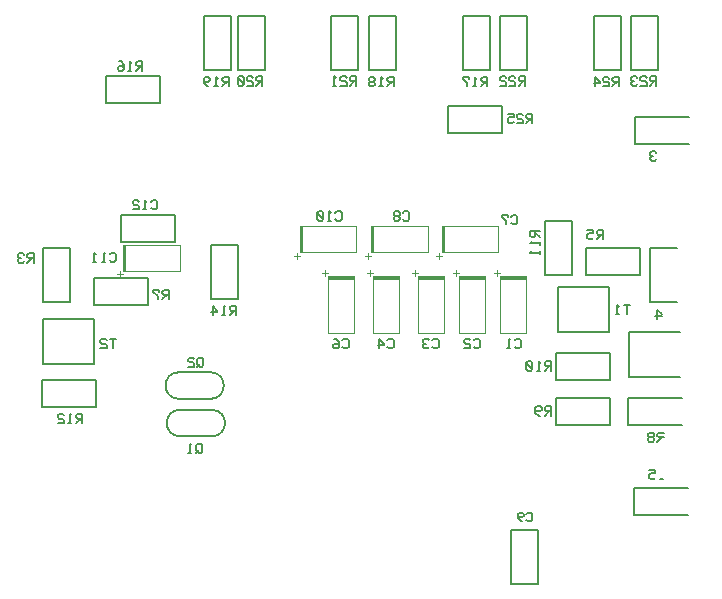
<source format=gbr>
G04 GERBER ASCII OUTPUT FROM: EDWINXP (VER. 1.61 REV. 20080915)*
G04 GERBER FORMAT: RX-274-X*
G04 BOARD: AMICUS_LCD_SHIELD*
G04 ARTWORK OF SOLD.PRINT POSITIVE*
%ASAXBY*%
%FSLAX23Y23*%
%MIA0B0*%
%MOIN*%
%OFA0.0000B0.0000*%
%SFA1B1*%
%IJA0B0*%
%INLAYER31POS*%
%IOA0B0*%
%IPPOS*%
%IR0*%
G04 APERTURE MACROS*
%AMEDWDONUT*
1,1,$1,$2,$3*
1,0,$4,$2,$3*
%
%AMEDWFRECT*
20,1,$1,$2,$3,$4,$5,$6*
%
%AMEDWORECT*
20,1,$1,$2,$3,$4,$5,$10*
20,1,$1,$4,$5,$6,$7,$10*
20,1,$1,$6,$7,$8,$9,$10*
20,1,$1,$8,$9,$2,$3,$10*
1,1,$1,$2,$3*
1,1,$1,$4,$5*
1,1,$1,$6,$7*
1,1,$1,$8,$9*
%
%AMEDWLINER*
20,1,$1,$2,$3,$4,$5,$6*
1,1,$1,$2,$3*
1,1,$1,$4,$5*
%
%AMEDWFTRNG*
4,1,3,$1,$2,$3,$4,$5,$6,$7,$8,$9*
%
%AMEDWATRNG*
4,1,3,$1,$2,$3,$4,$5,$6,$7,$8,$9*
20,1,$11,$1,$2,$3,$4,$10*
20,1,$11,$3,$4,$5,$6,$10*
20,1,$11,$5,$6,$7,$8,$10*
1,1,$11,$3,$4*
1,1,$11,$5,$6*
1,1,$11,$7,$8*
%
%AMEDWOTRNG*
20,1,$1,$2,$3,$4,$5,$8*
20,1,$1,$4,$5,$6,$7,$8*
20,1,$1,$6,$7,$2,$3,$8*
1,1,$1,$2,$3*
1,1,$1,$4,$5*
1,1,$1,$6,$7*
%
G04*
G04 APERTURE LIST*
%ADD10R,0.03937X0.08661*%
%ADD11R,0.06337X0.11061*%
%ADD12R,0.0315X0.07874*%
%ADD13R,0.0555X0.10274*%
%ADD14R,0.0580X0.0500*%
%ADD15R,0.0820X0.0740*%
%ADD16R,0.0480X0.0400*%
%ADD17R,0.0720X0.0640*%
%ADD18R,0.08268X0.05945*%
%ADD19R,0.10668X0.08345*%
%ADD20R,0.07874X0.05906*%
%ADD21R,0.10274X0.08306*%
%ADD22R,0.08268X0.10236*%
%ADD23R,0.10668X0.12636*%
%ADD24R,0.07874X0.09843*%
%ADD25R,0.10274X0.12243*%
%ADD26R,0.0700X0.0650*%
%ADD27R,0.0940X0.0890*%
%ADD28R,0.0600X0.0550*%
%ADD29R,0.0840X0.0790*%
%ADD30R,0.0650X0.0700*%
%ADD31R,0.0890X0.0940*%
%ADD32R,0.0550X0.0600*%
%ADD33R,0.0790X0.0840*%
%ADD34R,0.07087X0.06693*%
%ADD35R,0.10236X0.09843*%
%ADD36R,0.06299X0.05906*%
%ADD37R,0.09449X0.09055*%
%ADD38R,0.06693X0.07087*%
%ADD39R,0.09843X0.10236*%
%ADD40R,0.05906X0.06299*%
%ADD41R,0.09055X0.09449*%
%ADD42R,0.04724X0.06693*%
%ADD43R,0.07124X0.09093*%
%ADD44R,0.03937X0.05906*%
%ADD45R,0.06337X0.08306*%
%ADD46R,0.0860X0.0860*%
%ADD47R,0.1100X0.1100*%
%ADD48R,0.0700X0.0700*%
%ADD49R,0.0940X0.0940*%
%ADD50C,0.00039*%
%ADD52C,0.0010*%
%ADD54C,0.00118*%
%ADD56C,0.0020*%
%ADD57R,0.0020X0.0020*%
%ADD58C,0.00236*%
%ADD60C,0.0030*%
%ADD61R,0.0030X0.0030*%
%ADD62C,0.00394*%
%ADD64C,0.0040*%
%ADD65R,0.0040X0.0040*%
%ADD66C,0.00472*%
%ADD68C,0.0050*%
%ADD69R,0.0050X0.0050*%
%ADD70C,0.00512*%
%ADD71R,0.00512X0.00512*%
%ADD72C,0.00591*%
%ADD73R,0.00591X0.00591*%
%ADD74C,0.00659*%
%ADD75R,0.00659X0.00659*%
%ADD76C,0.00669*%
%ADD78C,0.00787*%
%ADD79R,0.00787X0.00787*%
%ADD80C,0.00799*%
%ADD82C,0.0080*%
%ADD84C,0.00886*%
%ADD85R,0.00886X0.00886*%
%ADD86C,0.00975*%
%ADD87R,0.00975X0.00975*%
%ADD88C,0.00984*%
%ADD89R,0.00984X0.00984*%
%ADD90C,0.0100*%
%ADD91R,0.0100X0.0100*%
%ADD92C,0.01181*%
%ADD94C,0.0120*%
%ADD96C,0.0130*%
%ADD97R,0.0130X0.0130*%
%ADD98C,0.0150*%
%ADD99R,0.0150X0.0150*%
%ADD100C,0.01575*%
%ADD102C,0.0160*%
%ADD103R,0.0160X0.0160*%
%ADD104C,0.01698*%
%ADD105R,0.01698X0.01698*%
%ADD106C,0.01797*%
%ADD107R,0.01797X0.01797*%
%ADD108C,0.01895*%
%ADD109R,0.01895X0.01895*%
%ADD110C,0.01969*%
%ADD111R,0.01969X0.01969*%
%ADD112C,0.01994*%
%ADD113R,0.01994X0.01994*%
%ADD114C,0.0200*%
%ADD116C,0.02092*%
%ADD117R,0.02092X0.02092*%
%ADD118C,0.02191*%
%ADD119R,0.02191X0.02191*%
%ADD120C,0.02289*%
%ADD121R,0.02289X0.02289*%
%ADD122C,0.02362*%
%ADD123R,0.02362X0.02362*%
%ADD124C,0.02387*%
%ADD125R,0.02387X0.02387*%
%ADD126C,0.0240*%
%ADD127R,0.0240X0.0240*%
%ADD128C,0.0240*%
%ADD129R,0.0240X0.0240*%
%ADD130C,0.02486*%
%ADD131R,0.02486X0.02486*%
%ADD132C,0.0250*%
%ADD133R,0.0250X0.0250*%
%ADD134C,0.02584*%
%ADD135R,0.02584X0.02584*%
%ADD136C,0.02636*%
%ADD138C,0.02683*%
%ADD139R,0.02683X0.02683*%
%ADD140C,0.02781*%
%ADD141R,0.02781X0.02781*%
%ADD142C,0.02794*%
%ADD144C,0.0288*%
%ADD145R,0.0288X0.0288*%
%ADD146C,0.0290*%
%ADD148C,0.02912*%
%ADD149R,0.02912X0.02912*%
%ADD150C,0.02978*%
%ADD151R,0.02978X0.02978*%
%ADD152C,0.02991*%
%ADD153R,0.02991X0.02991*%
%ADD154C,0.0300*%
%ADD155R,0.0300X0.0300*%
%ADD156C,0.03059*%
%ADD157R,0.03059X0.03059*%
%ADD158C,0.03069*%
%ADD159R,0.03069X0.03069*%
%ADD160C,0.03076*%
%ADD161R,0.03076X0.03076*%
%ADD162C,0.03175*%
%ADD163R,0.03175X0.03175*%
%ADD164C,0.03199*%
%ADD165R,0.03199X0.03199*%
%ADD166C,0.0320*%
%ADD167R,0.0320X0.0320*%
%ADD168C,0.03273*%
%ADD169R,0.03273X0.03273*%
%ADD170C,0.03372*%
%ADD171R,0.03372X0.03372*%
%ADD172C,0.03375*%
%ADD173R,0.03375X0.03375*%
%ADD174C,0.0347*%
%ADD175R,0.0347X0.0347*%
%ADD176C,0.0350*%
%ADD177R,0.0350X0.0350*%
%ADD178C,0.03569*%
%ADD179R,0.03569X0.03569*%
%ADD180C,0.03581*%
%ADD182C,0.0360*%
%ADD183R,0.0360X0.0360*%
%ADD184C,0.03667*%
%ADD185R,0.03667X0.03667*%
%ADD186C,0.0370*%
%ADD187R,0.0370X0.0370*%
%ADD188C,0.03765*%
%ADD189R,0.03765X0.03765*%
%ADD190C,0.03864*%
%ADD191R,0.03864X0.03864*%
%ADD192C,0.0390*%
%ADD193R,0.0390X0.0390*%
%ADD194C,0.03937*%
%ADD195R,0.03937X0.03937*%
%ADD196C,0.03962*%
%ADD197R,0.03962X0.03962*%
%ADD198C,0.0400*%
%ADD199R,0.0400X0.0400*%
%ADD200C,0.04061*%
%ADD201R,0.04061X0.04061*%
%ADD202C,0.04159*%
%ADD203R,0.04159X0.04159*%
%ADD204C,0.04173*%
%ADD205R,0.04173X0.04173*%
%ADD206C,0.04257*%
%ADD207R,0.04257X0.04257*%
%ADD208C,0.04356*%
%ADD209R,0.04356X0.04356*%
%ADD210C,0.0440*%
%ADD212C,0.04454*%
%ADD213R,0.04454X0.04454*%
%ADD214C,0.0450*%
%ADD215R,0.0450X0.0450*%
%ADD216C,0.04553*%
%ADD217R,0.04553X0.04553*%
%ADD218C,0.04651*%
%ADD219R,0.04651X0.04651*%
%ADD220C,0.0470*%
%ADD221R,0.0470X0.0470*%
%ADD222C,0.04724*%
%ADD223R,0.04724X0.04724*%
%ADD224C,0.04762*%
%ADD225R,0.04762X0.04762*%
%ADD226C,0.0490*%
%ADD227R,0.0490X0.0490*%
%ADD228C,0.0500*%
%ADD229R,0.0500X0.0500*%
%ADD230C,0.05118*%
%ADD231R,0.05118X0.05118*%
%ADD232C,0.0560*%
%ADD233R,0.0560X0.0560*%
%ADD234C,0.0570*%
%ADD235R,0.0570X0.0570*%
%ADD236C,0.0590*%
%ADD237R,0.0590X0.0590*%
%ADD238C,0.05906*%
%ADD239R,0.05906X0.05906*%
%ADD240C,0.05945*%
%ADD241R,0.05945X0.05945*%
%ADD242C,0.0600*%
%ADD243R,0.0600X0.0600*%
%ADD244C,0.0620*%
%ADD246C,0.06201*%
%ADD248C,0.06299*%
%ADD249R,0.06299X0.06299*%
%ADD250C,0.06337*%
%ADD251R,0.06337X0.06337*%
%ADD252C,0.0650*%
%ADD253R,0.0650X0.0650*%
%ADD254C,0.06693*%
%ADD255R,0.06693X0.06693*%
%ADD256C,0.0690*%
%ADD257R,0.0690X0.0690*%
%ADD258C,0.06906*%
%ADD259R,0.06906X0.06906*%
%ADD260C,0.0700*%
%ADD261R,0.0700X0.0700*%
%ADD262C,0.0710*%
%ADD263R,0.0710X0.0710*%
%ADD264C,0.07124*%
%ADD265R,0.07124X0.07124*%
%ADD266C,0.0740*%
%ADD267R,0.0740X0.0740*%
%ADD268C,0.0750*%
%ADD269R,0.0750X0.0750*%
%ADD270C,0.07598*%
%ADD272C,0.0760*%
%ADD274C,0.07874*%
%ADD275R,0.07874X0.07874*%
%ADD276C,0.0800*%
%ADD277R,0.0800X0.0800*%
%ADD278C,0.0810*%
%ADD279R,0.0810X0.0810*%
%ADD280C,0.08268*%
%ADD281R,0.08268X0.08268*%
%ADD282C,0.08306*%
%ADD283R,0.08306X0.08306*%
%ADD284C,0.08345*%
%ADD285R,0.08345X0.08345*%
%ADD286C,0.0840*%
%ADD287R,0.0840X0.0840*%
%ADD288C,0.08598*%
%ADD290C,0.0860*%
%ADD291R,0.0860X0.0860*%
%ADD292C,0.08601*%
%ADD294C,0.0870*%
%ADD295R,0.0870X0.0870*%
%ADD296C,0.0890*%
%ADD297R,0.0890X0.0890*%
%ADD298C,0.0900*%
%ADD299R,0.0900X0.0900*%
%ADD300C,0.09093*%
%ADD301R,0.09093X0.09093*%
%ADD302C,0.0940*%
%ADD303R,0.0940X0.0940*%
%ADD304C,0.09449*%
%ADD306C,0.0970*%
%ADD307R,0.0970X0.0970*%
%ADD308C,0.09843*%
%ADD309R,0.09843X0.09843*%
%ADD310C,0.0990*%
%ADD311R,0.0990X0.0990*%
%ADD312C,0.09998*%
%ADD314C,0.1000*%
%ADD315R,0.1000X0.1000*%
%ADD316C,0.10236*%
%ADD317R,0.10236X0.10236*%
%ADD318C,0.10274*%
%ADD319R,0.10274X0.10274*%
%ADD320C,0.1040*%
%ADD321R,0.1040X0.1040*%
%ADD322C,0.10668*%
%ADD323R,0.10668X0.10668*%
%ADD324C,0.10998*%
%ADD326C,0.1100*%
%ADD327R,0.1100X0.1100*%
%ADD328C,0.1110*%
%ADD329R,0.1110X0.1110*%
%ADD330C,0.1120*%
%ADD331R,0.1120X0.1120*%
%ADD332C,0.1140*%
%ADD333R,0.1140X0.1140*%
%ADD334C,0.1150*%
%ADD335R,0.1150X0.1150*%
%ADD336C,0.11849*%
%ADD338C,0.1200*%
%ADD339R,0.1200X0.1200*%
%ADD340C,0.1210*%
%ADD341R,0.1210X0.1210*%
%ADD342C,0.12243*%
%ADD343R,0.12243X0.12243*%
%ADD344C,0.1240*%
%ADD345R,0.1240X0.1240*%
%ADD346C,0.1250*%
%ADD347R,0.1250X0.1250*%
%ADD348C,0.12636*%
%ADD349R,0.12636X0.12636*%
%ADD350C,0.12992*%
%ADD351R,0.12992X0.12992*%
%ADD352C,0.1300*%
%ADD353R,0.1300X0.1300*%
%ADD354C,0.1340*%
%ADD355R,0.1340X0.1340*%
%ADD356C,0.1390*%
%ADD357R,0.1390X0.1390*%
%ADD358C,0.1420*%
%ADD359R,0.1420X0.1420*%
%ADD360C,0.1440*%
%ADD361R,0.1440X0.1440*%
%ADD362C,0.1490*%
%ADD363R,0.1490X0.1490*%
%ADD364C,0.1520*%
%ADD365R,0.1520X0.1520*%
%ADD366C,0.15374*%
%ADD367R,0.15374X0.15374*%
%ADD368C,0.1540*%
%ADD369R,0.1540X0.1540*%
%ADD370C,0.1660*%
%ADD371R,0.1660X0.1660*%
%ADD372C,0.17323*%
%ADD374C,0.1760*%
%ADD375R,0.1760X0.1760*%
%ADD376C,0.17774*%
%ADD377R,0.17774X0.17774*%
%ADD378C,0.18504*%
%ADD380C,0.18898*%
%ADD382C,0.20904*%
%ADD384C,0.2126*%
%ADD386C,0.21298*%
%ADD388C,0.22835*%
%ADD391R,0.23622X0.23622*%
%ADD393R,0.24937X0.24937*%
%ADD395R,0.26022X0.26022*%
%ADD397R,0.27337X0.27337*%
%ADD399R,0.31496X0.31496*%
%ADD401R,0.32811X0.32811*%
%ADD403R,0.33896X0.33896*%
%ADD405R,0.35211X0.35211*%
%ADD406C,0.45211*%
%ADD407R,0.45211X0.45211*%
%ADD408C,0.55211*%
%ADD409R,0.55211X0.55211*%
%ADD410C,0.65211*%
%ADD411R,0.65211X0.65211*%
%ADD412C,0.75211*%
%ADD413R,0.75211X0.75211*%
%ADD414C,0.85211*%
%ADD415R,0.85211X0.85211*%
%ADD416C,0.95211*%
%ADD417R,0.95211X0.95211*%
%ADD418C,1.05211*%
%ADD419R,1.05211X1.05211*%
%ADD420C,1.15211*%
%ADD421R,1.15211X1.15211*%
%ADD422C,1.25211*%
%ADD423R,1.25211X1.25211*%
%ADD424C,1.35211*%
%ADD425R,1.35211X1.35211*%
%ADD426C,1.45211*%
%ADD427R,1.45211X1.45211*%
%ADD428C,1.55211*%
%ADD429R,1.55211X1.55211*%
%ADD430C,1.65211*%
%ADD431R,1.65211X1.65211*%
%ADD432C,1.75211*%
%ADD433R,1.75211X1.75211*%
%ADD434C,1.85211*%
%ADD435R,1.85211X1.85211*%
%ADD436C,1.95211*%
%ADD437R,1.95211X1.95211*%
G04*
D82* 
X2010Y853D02*
X2180Y853D01*
X2180Y1003D01*
X2010Y1003D01*
X2010Y853D01*
D70* 
X2240Y913D02*
X2240Y943D01*
X2250Y943D02*
X2230Y943D01*
X2214Y913D02*
X2204Y913D01*
X2209Y913D02*
X2209Y943D01*
X2214Y938D01*
D82* 
X465Y898D02*
X295Y898D01*
X295Y748D01*
X465Y748D01*
X465Y898D01*
D70* 
X527Y800D02*
X527Y831D01*
X538Y831D02*
X517Y831D01*
X507Y826D02*
X502Y831D01*
X491Y831D01*
X486Y826D01*
X486Y820D01*
X491Y815D01*
X502Y815D01*
X507Y810D01*
X507Y800D01*
X486Y800D01*
D82* 
X2248Y703D02*
X2418Y703D01*
X2418Y853D01*
X2248Y853D01*
X2248Y703D01*
D70* 
X2490Y763D02*
X2490Y793D01*
X2500Y793D02*
X2480Y793D01*
X2469Y788D02*
X2464Y793D01*
X2454Y793D01*
X2449Y788D01*
X2449Y783D01*
X2454Y778D01*
X2459Y778D01*
X2454Y778D02*
X2449Y773D01*
X2449Y768D01*
X2454Y763D01*
X2464Y763D01*
X2469Y768D01*
D82* 
X293Y953D02*
X383Y953D01*
X383Y1133D01*
X293Y1133D01*
X293Y953D01*
D70* 
X263Y1085D02*
X263Y1116D01*
X247Y1116D01*
X242Y1111D01*
X242Y1105D01*
X247Y1100D01*
X263Y1100D01*
X257Y1100D02*
X242Y1085D01*
X232Y1111D02*
X227Y1116D01*
X216Y1116D01*
X211Y1111D01*
X211Y1105D01*
X216Y1100D01*
X222Y1100D01*
X216Y1100D02*
X211Y1095D01*
X211Y1090D01*
X216Y1085D01*
X227Y1085D01*
X232Y1090D01*
D82* 
X2318Y953D02*
X2408Y953D01*
X2408Y1133D01*
X2318Y1133D01*
X2318Y953D01*
D70* 
X2388Y898D02*
X2388Y928D01*
X2372Y928D01*
X2367Y923D01*
X2367Y918D01*
X2372Y913D01*
X2388Y913D01*
X2382Y913D02*
X2367Y898D01*
X2336Y908D02*
X2357Y908D01*
X2357Y913D01*
X2341Y928D01*
X2341Y898D01*
D82* 
X2103Y1133D02*
X2103Y1043D01*
X2283Y1043D01*
X2283Y1133D01*
X2103Y1133D01*
D70* 
X2160Y1163D02*
X2160Y1193D01*
X2145Y1193D01*
X2140Y1188D01*
X2140Y1183D01*
X2145Y1178D01*
X2160Y1178D01*
X2155Y1178D02*
X2140Y1163D01*
X2129Y1168D02*
X2124Y1163D01*
X2114Y1163D01*
X2109Y1168D01*
X2109Y1178D01*
X2114Y1183D01*
X2129Y1183D01*
X2129Y1193D01*
X2109Y1193D01*
D82* 
X645Y943D02*
X645Y1033D01*
X465Y1033D01*
X465Y943D01*
X645Y943D01*
D70* 
X713Y963D02*
X713Y993D01*
X697Y993D01*
X692Y988D01*
X692Y983D01*
X697Y978D01*
X713Y978D01*
X707Y978D02*
X692Y963D01*
X677Y963D02*
X677Y973D01*
X661Y988D01*
X661Y993D01*
X682Y993D01*
X682Y988D01*
D82* 
X2243Y633D02*
X2243Y543D01*
X2423Y543D01*
X2423Y633D01*
X2243Y633D01*
D70* 
X2363Y488D02*
X2363Y518D01*
X2347Y518D01*
X2342Y513D01*
X2342Y508D01*
X2347Y503D01*
X2363Y503D01*
X2357Y503D02*
X2342Y488D01*
X2332Y493D02*
X2332Y498D01*
X2327Y503D01*
X2316Y503D01*
X2311Y508D01*
X2311Y513D01*
X2316Y518D01*
X2327Y518D01*
X2332Y513D01*
X2332Y508D01*
X2327Y503D01*
X2316Y503D02*
X2311Y498D01*
X2311Y493D01*
X2316Y488D01*
X2327Y488D01*
X2332Y493D01*
D82* 
X2005Y633D02*
X2005Y543D01*
X2185Y543D01*
X2185Y633D01*
X2005Y633D01*
D70* 
X1988Y575D02*
X1988Y606D01*
X1972Y606D01*
X1967Y601D01*
X1967Y595D01*
X1972Y590D01*
X1988Y590D01*
X1982Y590D02*
X1967Y575D01*
X1952Y575D02*
X1947Y575D01*
X1936Y585D01*
X1936Y601D01*
X1941Y606D01*
X1952Y606D01*
X1957Y601D01*
X1957Y595D01*
X1952Y590D01*
X1941Y590D01*
X1936Y595D01*
D82* 
X2005Y783D02*
X2005Y693D01*
X2185Y693D01*
X2185Y783D01*
X2005Y783D01*
D70* 
X1988Y725D02*
X1988Y756D01*
X1972Y756D01*
X1967Y751D01*
X1967Y745D01*
X1972Y740D01*
X1988Y740D01*
X1982Y740D02*
X1967Y725D01*
X1952Y725D02*
X1941Y725D01*
X1947Y725D02*
X1947Y756D01*
X1952Y751D01*
X1926Y730D02*
X1926Y751D01*
X1921Y756D01*
X1911Y756D01*
X1906Y751D01*
X1906Y730D01*
X1911Y725D01*
X1921Y725D01*
X1926Y730D01*
X1906Y751D01*
D82* 
X2058Y1223D02*
X1968Y1223D01*
X1968Y1043D01*
X2058Y1043D01*
X2058Y1223D01*
D70* 
X1950Y1190D02*
X1919Y1190D01*
X1919Y1175D01*
X1924Y1170D01*
X1930Y1170D01*
X1935Y1175D01*
X1935Y1190D01*
X1935Y1185D02*
X1950Y1170D01*
X1950Y1154D02*
X1950Y1144D01*
X1950Y1149D02*
X1919Y1149D01*
X1924Y1154D01*
X1950Y1123D02*
X1950Y1113D01*
X1950Y1118D02*
X1919Y1118D01*
X1924Y1123D01*
D82* 
X470Y605D02*
X470Y695D01*
X290Y695D01*
X290Y605D01*
X470Y605D01*
D70* 
X425Y550D02*
X425Y581D01*
X410Y581D01*
X405Y576D01*
X405Y570D01*
X410Y565D01*
X425Y565D01*
X420Y565D02*
X405Y550D01*
X389Y550D02*
X379Y550D01*
X384Y550D02*
X384Y581D01*
X389Y576D01*
X364Y576D02*
X358Y581D01*
X348Y581D01*
X343Y576D01*
X343Y570D01*
X348Y565D01*
X358Y565D01*
X364Y560D01*
X364Y550D01*
X343Y550D01*
D82* 
X2268Y1570D02*
X2268Y1480D01*
X2448Y1480D01*
X2448Y1570D01*
X2268Y1570D01*
D70* 
X2400Y1425D02*
X2400Y1456D01*
X2385Y1456D01*
X2380Y1451D01*
X2380Y1445D01*
X2385Y1440D01*
X2400Y1440D01*
X2395Y1440D02*
X2380Y1425D01*
X2364Y1425D02*
X2354Y1425D01*
X2359Y1425D02*
X2359Y1456D01*
X2364Y1451D01*
X2339Y1451D02*
X2333Y1456D01*
X2323Y1456D01*
X2318Y1451D01*
X2318Y1445D01*
X2323Y1440D01*
X2328Y1440D01*
X2323Y1440D02*
X2318Y1435D01*
X2318Y1430D01*
X2323Y1425D01*
X2333Y1425D01*
X2339Y1430D01*
D82* 
X855Y965D02*
X945Y965D01*
X945Y1145D01*
X855Y1145D01*
X855Y965D01*
D70* 
X938Y910D02*
X938Y941D01*
X922Y941D01*
X917Y936D01*
X917Y930D01*
X922Y925D01*
X938Y925D01*
X932Y925D02*
X917Y910D01*
X902Y910D02*
X891Y910D01*
X897Y910D02*
X897Y941D01*
X902Y936D01*
X856Y920D02*
X876Y920D01*
X876Y925D01*
X861Y941D01*
X861Y910D01*
D82* 
X2265Y333D02*
X2265Y243D01*
X2445Y243D01*
X2445Y333D01*
X2265Y333D01*
D70* 
X2398Y363D02*
X2398Y393D01*
X2382Y393D01*
X2377Y388D01*
X2377Y383D01*
X2382Y378D01*
X2398Y378D01*
X2392Y378D02*
X2377Y363D01*
X2362Y363D02*
X2351Y363D01*
X2357Y363D02*
X2357Y393D01*
X2362Y388D01*
X2336Y368D02*
X2331Y363D01*
X2321Y363D01*
X2316Y368D01*
X2316Y378D01*
X2321Y383D01*
X2336Y383D01*
X2336Y393D01*
X2316Y393D01*
D62* 
X1819Y1039D02*
X1906Y1039D01*
X1906Y850D01*
X1819Y850D01*
X1819Y1039D01*
D58* 
X1906Y1039D02*
X1819Y1039D01*
X1819Y1031D01*
X1906Y1031D01*
X1906Y1039D01*
D62* 
X1808Y1059D02*
X1808Y1039D01*
X1798Y1049D02*
X1818Y1049D01*
G36*
X1820Y1040D02*
X1906Y1040D01*
X1906Y1030D01*
X1820Y1030D01*
X1820Y1040D01*
G37*
D70* 
X1867Y805D02*
X1872Y800D01*
X1882Y800D01*
X1888Y805D01*
X1888Y826D01*
X1882Y831D01*
X1872Y831D01*
X1867Y826D01*
X1852Y800D02*
X1841Y800D01*
X1847Y800D02*
X1847Y831D01*
X1852Y826D01*
D82* 
X1855Y15D02*
X1945Y15D01*
X1945Y195D01*
X1855Y195D01*
X1855Y15D01*
D68* 
X1906Y227D02*
X1911Y223D01*
X1920Y223D01*
X1925Y227D01*
X1925Y246D01*
X1920Y251D01*
X1911Y251D01*
X1906Y246D01*
X1892Y223D02*
X1887Y223D01*
X1878Y232D01*
X1878Y246D01*
X1882Y251D01*
X1892Y251D01*
X1897Y246D01*
X1897Y241D01*
X1892Y237D01*
X1882Y237D01*
X1878Y241D01*
D62* 
X1682Y1039D02*
X1768Y1039D01*
X1768Y850D01*
X1682Y850D01*
X1682Y1039D01*
D58* 
X1768Y1039D02*
X1682Y1039D01*
X1682Y1031D01*
X1768Y1031D01*
X1768Y1039D01*
D62* 
X1671Y1059D02*
X1671Y1039D01*
X1661Y1049D02*
X1681Y1049D01*
G36*
X1682Y1040D02*
X1768Y1040D01*
X1768Y1030D01*
X1682Y1030D01*
X1682Y1040D01*
G37*
D70* 
X1730Y805D02*
X1735Y800D01*
X1745Y800D01*
X1750Y805D01*
X1750Y826D01*
X1745Y831D01*
X1735Y831D01*
X1730Y826D01*
X1719Y826D02*
X1714Y831D01*
X1704Y831D01*
X1699Y826D01*
X1699Y820D01*
X1704Y815D01*
X1714Y815D01*
X1719Y810D01*
X1719Y800D01*
X1699Y800D01*
D62* 
X1544Y1039D02*
X1631Y1039D01*
X1631Y850D01*
X1544Y850D01*
X1544Y1039D01*
D58* 
X1631Y1039D02*
X1544Y1039D01*
X1544Y1031D01*
X1631Y1031D01*
X1631Y1039D01*
D62* 
X1533Y1059D02*
X1533Y1039D01*
X1523Y1049D02*
X1543Y1049D01*
G36*
X1545Y1040D02*
X1631Y1040D01*
X1631Y1030D01*
X1545Y1030D01*
X1545Y1040D01*
G37*
D70* 
X1592Y805D02*
X1597Y800D01*
X1607Y800D01*
X1613Y805D01*
X1613Y826D01*
X1607Y831D01*
X1597Y831D01*
X1592Y826D01*
X1582Y826D02*
X1577Y831D01*
X1566Y831D01*
X1561Y826D01*
X1561Y820D01*
X1566Y815D01*
X1572Y815D01*
X1566Y815D02*
X1561Y810D01*
X1561Y805D01*
X1566Y800D01*
X1577Y800D01*
X1582Y805D01*
D62* 
X1394Y1039D02*
X1481Y1039D01*
X1481Y850D01*
X1394Y850D01*
X1394Y1039D01*
D58* 
X1481Y1039D02*
X1394Y1039D01*
X1394Y1031D01*
X1481Y1031D01*
X1481Y1039D01*
D62* 
X1383Y1059D02*
X1383Y1039D01*
X1373Y1049D02*
X1393Y1049D01*
G36*
X1395Y1040D02*
X1481Y1040D01*
X1481Y1030D01*
X1395Y1030D01*
X1395Y1040D01*
G37*
D70* 
X1442Y805D02*
X1447Y800D01*
X1457Y800D01*
X1463Y805D01*
X1463Y826D01*
X1457Y831D01*
X1447Y831D01*
X1442Y826D01*
X1411Y810D02*
X1432Y810D01*
X1432Y815D01*
X1416Y831D01*
X1416Y800D01*
D62* 
X1244Y1039D02*
X1331Y1039D01*
X1331Y850D01*
X1244Y850D01*
X1244Y1039D01*
D58* 
X1331Y1039D02*
X1244Y1039D01*
X1244Y1031D01*
X1331Y1031D01*
X1331Y1039D01*
D62* 
X1233Y1059D02*
X1233Y1039D01*
X1223Y1049D02*
X1243Y1049D01*
G36*
X1245Y1040D02*
X1331Y1040D01*
X1331Y1030D01*
X1245Y1030D01*
X1245Y1040D01*
G37*
D70* 
X1292Y805D02*
X1297Y800D01*
X1307Y800D01*
X1313Y805D01*
X1313Y826D01*
X1307Y831D01*
X1297Y831D01*
X1292Y826D01*
X1282Y810D02*
X1277Y815D01*
X1266Y815D01*
X1261Y810D01*
X1261Y805D01*
X1266Y800D01*
X1277Y800D01*
X1282Y805D01*
X1282Y820D01*
X1272Y831D01*
X1266Y831D01*
D62* 
X1623Y1119D02*
X1623Y1206D01*
X1812Y1206D01*
X1812Y1119D01*
X1623Y1119D01*
D58* 
X1623Y1206D02*
X1623Y1119D01*
X1631Y1119D01*
X1631Y1206D01*
X1623Y1206D01*
D62* 
X1603Y1108D02*
X1623Y1108D01*
X1613Y1098D02*
X1613Y1118D01*
G36*
X1623Y1120D02*
X1623Y1206D01*
X1632Y1206D01*
X1632Y1120D01*
X1623Y1120D01*
G37*
D70* 
X1855Y1218D02*
X1860Y1213D01*
X1870Y1213D01*
X1875Y1218D01*
X1875Y1238D01*
X1870Y1243D01*
X1860Y1243D01*
X1855Y1238D01*
X1839Y1213D02*
X1839Y1223D01*
X1824Y1238D01*
X1824Y1243D01*
X1844Y1243D01*
X1844Y1238D01*
D62* 
X1388Y1119D02*
X1388Y1206D01*
X1577Y1206D01*
X1577Y1119D01*
X1388Y1119D01*
D58* 
X1388Y1206D02*
X1388Y1119D01*
X1396Y1119D01*
X1396Y1206D01*
X1388Y1206D01*
D62* 
X1368Y1108D02*
X1388Y1108D01*
X1378Y1098D02*
X1378Y1118D01*
G36*
X1387Y1120D02*
X1387Y1206D01*
X1397Y1206D01*
X1397Y1120D01*
X1387Y1120D01*
G37*
D70* 
X1494Y1230D02*
X1499Y1225D01*
X1510Y1225D01*
X1515Y1230D01*
X1515Y1251D01*
X1510Y1256D01*
X1499Y1256D01*
X1494Y1251D01*
X1484Y1230D02*
X1484Y1235D01*
X1479Y1240D01*
X1469Y1240D01*
X1464Y1245D01*
X1464Y1251D01*
X1469Y1256D01*
X1479Y1256D01*
X1484Y1251D01*
X1484Y1245D01*
X1479Y1240D01*
X1469Y1240D02*
X1464Y1235D01*
X1464Y1230D01*
X1469Y1225D01*
X1479Y1225D01*
X1484Y1230D01*
D62* 
X1150Y1119D02*
X1150Y1206D01*
X1339Y1206D01*
X1339Y1119D01*
X1150Y1119D01*
D58* 
X1150Y1206D02*
X1150Y1119D01*
X1158Y1119D01*
X1158Y1206D01*
X1150Y1206D01*
D62* 
X1131Y1108D02*
X1151Y1108D01*
X1141Y1098D02*
X1141Y1118D01*
G36*
X1150Y1120D02*
X1150Y1206D01*
X1160Y1206D01*
X1160Y1120D01*
X1150Y1120D01*
G37*
D70* 
X1269Y1230D02*
X1274Y1225D01*
X1285Y1225D01*
X1290Y1230D01*
X1290Y1251D01*
X1285Y1256D01*
X1274Y1256D01*
X1269Y1251D01*
X1254Y1225D02*
X1244Y1225D01*
X1249Y1225D02*
X1249Y1256D01*
X1254Y1251D01*
X1228Y1230D02*
X1228Y1251D01*
X1223Y1256D01*
X1213Y1256D01*
X1208Y1251D01*
X1208Y1230D01*
X1213Y1225D01*
X1223Y1225D01*
X1228Y1230D01*
X1208Y1251D01*
D62* 
X561Y1057D02*
X561Y1143D01*
X750Y1143D01*
X750Y1057D01*
X561Y1057D01*
D58* 
X561Y1143D02*
X561Y1057D01*
X569Y1057D01*
X569Y1143D01*
X561Y1143D01*
D62* 
X541Y1046D02*
X561Y1046D01*
X551Y1036D02*
X551Y1056D01*
G36*
X560Y1057D02*
X560Y1143D01*
X570Y1143D01*
X570Y1057D01*
X560Y1057D01*
G37*
D70* 
X517Y1093D02*
X522Y1088D01*
X532Y1088D01*
X538Y1093D01*
X538Y1113D01*
X532Y1118D01*
X522Y1118D01*
X517Y1113D01*
X502Y1088D02*
X491Y1088D01*
X497Y1088D02*
X497Y1118D01*
X502Y1113D01*
X471Y1088D02*
X461Y1088D01*
X466Y1088D02*
X466Y1118D01*
X471Y1113D01*
D82* 
X555Y1245D02*
X555Y1155D01*
X735Y1155D01*
X735Y1245D01*
X555Y1245D01*
D70* 
X655Y1268D02*
X660Y1263D01*
X670Y1263D01*
X675Y1268D01*
X675Y1288D01*
X670Y1293D01*
X660Y1293D01*
X655Y1288D01*
X639Y1263D02*
X629Y1263D01*
X634Y1263D02*
X634Y1293D01*
X639Y1288D01*
X614Y1288D02*
X608Y1293D01*
X598Y1293D01*
X593Y1288D01*
X593Y1283D01*
X598Y1278D01*
X608Y1278D01*
X614Y1273D01*
X614Y1263D01*
X593Y1263D01*
D82* 
G75*
G01X752Y594D02*
G03X750Y506I-1J-44D01*
G01*
G75*
G01X856Y506D02*
G03X858Y594I1J44D01*
G01*
X750Y506D02*
X863Y506D01*
X745Y594D02*
X858Y594D01*
D70* 
X825Y455D02*
X825Y476D01*
X820Y481D01*
X810Y481D01*
X805Y476D01*
X805Y460D01*
X815Y450D01*
X820Y450D01*
X825Y455D01*
X815Y460D02*
X805Y450D01*
X789Y450D02*
X779Y450D01*
X784Y450D02*
X784Y481D01*
X789Y476D01*
D82* 
G75*
G01X852Y631D02*
G03X854Y719I1J44D01*
G01*
G75*
G01X748Y719D02*
G03X746Y631I-1J-44D01*
G01*
X854Y719D02*
X741Y719D01*
X859Y631D02*
X746Y631D01*
D70* 
X829Y743D02*
X829Y763D01*
X824Y768D01*
X814Y768D01*
X809Y763D01*
X809Y748D01*
X819Y738D01*
X824Y738D01*
X829Y743D01*
X819Y748D02*
X809Y738D01*
X798Y763D02*
X793Y768D01*
X783Y768D01*
X778Y763D01*
X778Y758D01*
X783Y753D01*
X793Y753D01*
X798Y748D01*
X798Y738D01*
X778Y738D01*
D82* 
X505Y1708D02*
X505Y1618D01*
X685Y1618D01*
X685Y1708D01*
X505Y1708D01*
D70* 
X625Y1725D02*
X625Y1756D01*
X610Y1756D01*
X605Y1751D01*
X605Y1745D01*
X610Y1740D01*
X625Y1740D01*
X620Y1740D02*
X605Y1725D01*
X589Y1725D02*
X579Y1725D01*
X584Y1725D02*
X584Y1756D01*
X589Y1751D01*
X564Y1735D02*
X558Y1740D01*
X548Y1740D01*
X543Y1735D01*
X543Y1730D01*
X548Y1725D01*
X558Y1725D01*
X564Y1730D01*
X564Y1745D01*
X553Y1756D01*
X548Y1756D01*
D82* 
X1818Y1728D02*
X1908Y1728D01*
X1908Y1908D01*
X1818Y1908D01*
X1818Y1728D01*
D70* 
X1775Y1673D02*
X1775Y1703D01*
X1760Y1703D01*
X1755Y1698D01*
X1755Y1693D01*
X1760Y1688D01*
X1775Y1688D01*
X1770Y1688D02*
X1755Y1673D01*
X1739Y1673D02*
X1729Y1673D01*
X1734Y1673D02*
X1734Y1703D01*
X1739Y1698D01*
X1708Y1673D02*
X1708Y1683D01*
X1693Y1698D01*
X1693Y1703D01*
X1714Y1703D01*
X1714Y1698D01*
D82* 
X1380Y1728D02*
X1470Y1728D01*
X1470Y1908D01*
X1380Y1908D01*
X1380Y1728D01*
D70* 
X1463Y1673D02*
X1463Y1703D01*
X1447Y1703D01*
X1442Y1698D01*
X1442Y1693D01*
X1447Y1688D01*
X1463Y1688D01*
X1457Y1688D02*
X1442Y1673D01*
X1427Y1673D02*
X1416Y1673D01*
X1422Y1673D02*
X1422Y1703D01*
X1427Y1698D01*
X1401Y1678D02*
X1401Y1683D01*
X1396Y1688D01*
X1386Y1688D01*
X1381Y1693D01*
X1381Y1698D01*
X1386Y1703D01*
X1396Y1703D01*
X1401Y1698D01*
X1401Y1693D01*
X1396Y1688D01*
X1386Y1688D02*
X1381Y1683D01*
X1381Y1678D01*
X1386Y1673D01*
X1396Y1673D01*
X1401Y1678D01*
D82* 
X830Y1728D02*
X920Y1728D01*
X920Y1908D01*
X830Y1908D01*
X830Y1728D01*
D70* 
X913Y1673D02*
X913Y1703D01*
X897Y1703D01*
X892Y1698D01*
X892Y1693D01*
X897Y1688D01*
X913Y1688D01*
X907Y1688D02*
X892Y1673D01*
X877Y1673D02*
X866Y1673D01*
X872Y1673D02*
X872Y1703D01*
X877Y1698D01*
X846Y1673D02*
X841Y1673D01*
X831Y1683D01*
X831Y1698D01*
X836Y1703D01*
X846Y1703D01*
X851Y1698D01*
X851Y1693D01*
X846Y1688D01*
X836Y1688D01*
X831Y1693D01*
D82* 
X1033Y1908D02*
X943Y1908D01*
X943Y1728D01*
X1033Y1728D01*
X1033Y1908D01*
D70* 
X1025Y1675D02*
X1025Y1706D01*
X1010Y1706D01*
X1005Y1701D01*
X1005Y1695D01*
X1010Y1690D01*
X1025Y1690D01*
X1020Y1690D02*
X1005Y1675D01*
X994Y1701D02*
X989Y1706D01*
X979Y1706D01*
X974Y1701D01*
X974Y1695D01*
X979Y1690D01*
X989Y1690D01*
X994Y1685D01*
X994Y1675D01*
X974Y1675D01*
X964Y1680D02*
X964Y1701D01*
X958Y1706D01*
X948Y1706D01*
X943Y1701D01*
X943Y1680D01*
X948Y1675D01*
X958Y1675D01*
X964Y1680D01*
X943Y1701D01*
D82* 
X1345Y1908D02*
X1255Y1908D01*
X1255Y1728D01*
X1345Y1728D01*
X1345Y1908D01*
D70* 
X1338Y1675D02*
X1338Y1706D01*
X1322Y1706D01*
X1317Y1701D01*
X1317Y1695D01*
X1322Y1690D01*
X1338Y1690D01*
X1332Y1690D02*
X1317Y1675D01*
X1307Y1701D02*
X1302Y1706D01*
X1291Y1706D01*
X1286Y1701D01*
X1286Y1695D01*
X1291Y1690D01*
X1302Y1690D01*
X1307Y1685D01*
X1307Y1675D01*
X1286Y1675D01*
X1271Y1675D02*
X1261Y1675D01*
X1266Y1675D02*
X1266Y1706D01*
X1271Y1701D01*
D82* 
X1783Y1908D02*
X1693Y1908D01*
X1693Y1728D01*
X1783Y1728D01*
X1783Y1908D01*
D70* 
X1900Y1675D02*
X1900Y1706D01*
X1885Y1706D01*
X1880Y1701D01*
X1880Y1695D01*
X1885Y1690D01*
X1900Y1690D01*
X1895Y1690D02*
X1880Y1675D01*
X1869Y1701D02*
X1864Y1706D01*
X1854Y1706D01*
X1849Y1701D01*
X1849Y1695D01*
X1854Y1690D01*
X1864Y1690D01*
X1869Y1685D01*
X1869Y1675D01*
X1849Y1675D01*
X1839Y1701D02*
X1833Y1706D01*
X1823Y1706D01*
X1818Y1701D01*
X1818Y1695D01*
X1823Y1690D01*
X1833Y1690D01*
X1839Y1685D01*
X1839Y1675D01*
X1818Y1675D01*
D82* 
X2345Y1908D02*
X2255Y1908D01*
X2255Y1728D01*
X2345Y1728D01*
X2345Y1908D01*
D70* 
X2338Y1675D02*
X2338Y1706D01*
X2322Y1706D01*
X2317Y1701D01*
X2317Y1695D01*
X2322Y1690D01*
X2338Y1690D01*
X2332Y1690D02*
X2317Y1675D01*
X2307Y1701D02*
X2302Y1706D01*
X2291Y1706D01*
X2286Y1701D01*
X2286Y1695D01*
X2291Y1690D01*
X2302Y1690D01*
X2307Y1685D01*
X2307Y1675D01*
X2286Y1675D01*
X2276Y1701D02*
X2271Y1706D01*
X2261Y1706D01*
X2256Y1701D01*
X2256Y1695D01*
X2261Y1690D01*
X2266Y1690D01*
X2261Y1690D02*
X2256Y1685D01*
X2256Y1680D01*
X2261Y1675D01*
X2271Y1675D01*
X2276Y1680D01*
D82* 
X2130Y1728D02*
X2220Y1728D01*
X2220Y1908D01*
X2130Y1908D01*
X2130Y1728D01*
D70* 
X2213Y1673D02*
X2213Y1703D01*
X2197Y1703D01*
X2192Y1698D01*
X2192Y1693D01*
X2197Y1688D01*
X2213Y1688D01*
X2207Y1688D02*
X2192Y1673D01*
X2182Y1698D02*
X2177Y1703D01*
X2166Y1703D01*
X2161Y1698D01*
X2161Y1693D01*
X2166Y1688D01*
X2177Y1688D01*
X2182Y1683D01*
X2182Y1673D01*
X2161Y1673D01*
X2131Y1683D02*
X2151Y1683D01*
X2151Y1688D01*
X2136Y1703D01*
X2136Y1673D01*
D82* 
X1643Y1608D02*
X1643Y1518D01*
X1823Y1518D01*
X1823Y1608D01*
X1643Y1608D01*
D70* 
X1925Y1550D02*
X1925Y1581D01*
X1910Y1581D01*
X1905Y1576D01*
X1905Y1570D01*
X1910Y1565D01*
X1925Y1565D01*
X1920Y1565D02*
X1905Y1550D01*
X1894Y1576D02*
X1889Y1581D01*
X1879Y1581D01*
X1874Y1576D01*
X1874Y1570D01*
X1879Y1565D01*
X1889Y1565D01*
X1894Y1560D01*
X1894Y1550D01*
X1874Y1550D01*
X1864Y1555D02*
X1858Y1550D01*
X1848Y1550D01*
X1843Y1555D01*
X1843Y1565D01*
X1848Y1570D01*
X1864Y1570D01*
X1864Y1581D01*
X1843Y1581D01*
M02*

</source>
